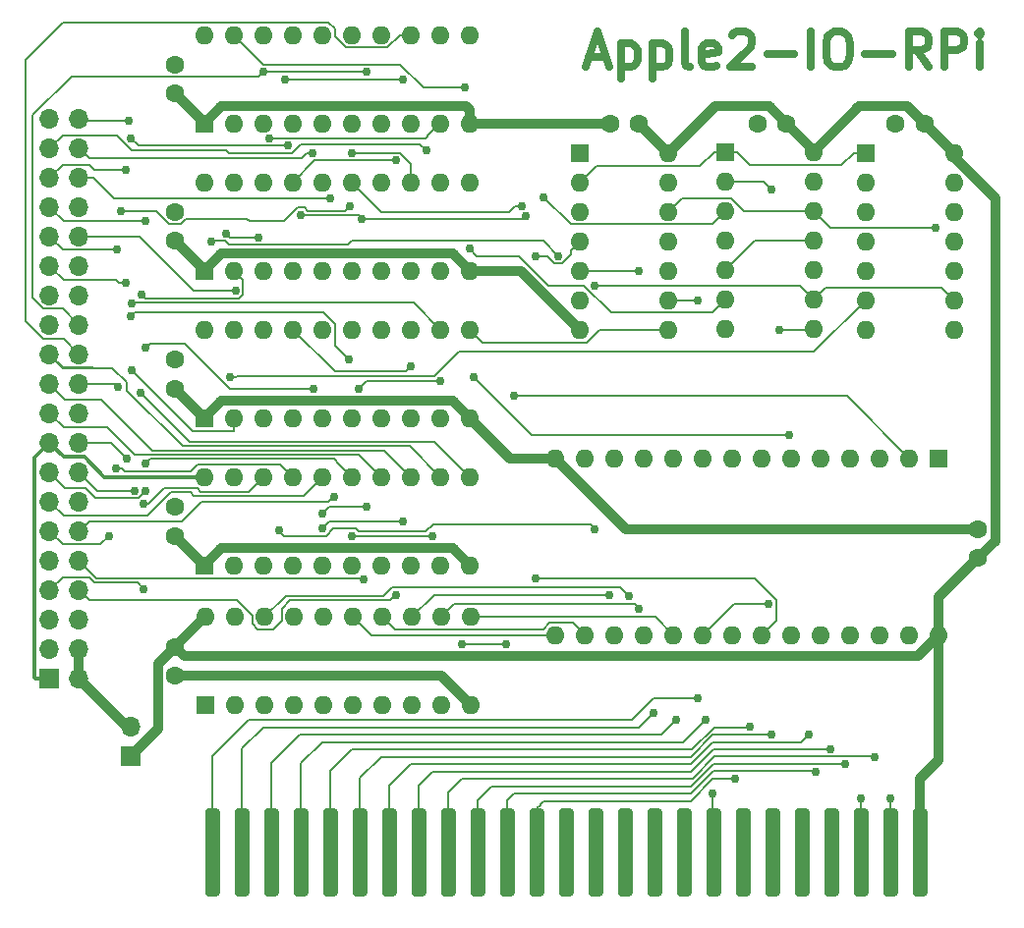
<source format=gbr>
G04 #@! TF.GenerationSoftware,KiCad,Pcbnew,(5.1.12-1-10_14)*
G04 #@! TF.CreationDate,2022-02-16T21:29:44-05:00*
G04 #@! TF.ProjectId,Apple2IORPi,4170706c-6532-4494-9f52-50692e6b6963,0.5*
G04 #@! TF.SameCoordinates,Original*
G04 #@! TF.FileFunction,Copper,L1,Top*
G04 #@! TF.FilePolarity,Positive*
%FSLAX46Y46*%
G04 Gerber Fmt 4.6, Leading zero omitted, Abs format (unit mm)*
G04 Created by KiCad (PCBNEW (5.1.12-1-10_14)) date 2022-02-16 21:29:44*
%MOMM*%
%LPD*%
G01*
G04 APERTURE LIST*
G04 #@! TA.AperFunction,NonConductor*
%ADD10C,0.635000*%
G04 #@! TD*
G04 #@! TA.AperFunction,ComponentPad*
%ADD11C,1.600000*%
G04 #@! TD*
G04 #@! TA.AperFunction,ComponentPad*
%ADD12O,1.600000X1.600000*%
G04 #@! TD*
G04 #@! TA.AperFunction,ComponentPad*
%ADD13R,1.600000X1.600000*%
G04 #@! TD*
G04 #@! TA.AperFunction,ComponentPad*
%ADD14R,1.700000X1.700000*%
G04 #@! TD*
G04 #@! TA.AperFunction,ComponentPad*
%ADD15O,1.700000X1.700000*%
G04 #@! TD*
G04 #@! TA.AperFunction,ViaPad*
%ADD16C,0.762000*%
G04 #@! TD*
G04 #@! TA.AperFunction,Conductor*
%ADD17C,0.177800*%
G04 #@! TD*
G04 #@! TA.AperFunction,Conductor*
%ADD18C,0.812800*%
G04 #@! TD*
G04 #@! TA.AperFunction,Conductor*
%ADD19C,0.355600*%
G04 #@! TD*
G04 APERTURE END LIST*
D10*
X156928457Y-46990000D02*
X158379885Y-46990000D01*
X156638171Y-47860857D02*
X157654171Y-44812857D01*
X158670171Y-47860857D01*
X159686171Y-45828857D02*
X159686171Y-48876857D01*
X159686171Y-45974000D02*
X159976457Y-45828857D01*
X160557028Y-45828857D01*
X160847314Y-45974000D01*
X160992457Y-46119142D01*
X161137600Y-46409428D01*
X161137600Y-47280285D01*
X160992457Y-47570571D01*
X160847314Y-47715714D01*
X160557028Y-47860857D01*
X159976457Y-47860857D01*
X159686171Y-47715714D01*
X162443885Y-45828857D02*
X162443885Y-48876857D01*
X162443885Y-45974000D02*
X162734171Y-45828857D01*
X163314742Y-45828857D01*
X163605028Y-45974000D01*
X163750171Y-46119142D01*
X163895314Y-46409428D01*
X163895314Y-47280285D01*
X163750171Y-47570571D01*
X163605028Y-47715714D01*
X163314742Y-47860857D01*
X162734171Y-47860857D01*
X162443885Y-47715714D01*
X165637028Y-47860857D02*
X165346742Y-47715714D01*
X165201600Y-47425428D01*
X165201600Y-44812857D01*
X167959314Y-47715714D02*
X167669028Y-47860857D01*
X167088457Y-47860857D01*
X166798171Y-47715714D01*
X166653028Y-47425428D01*
X166653028Y-46264285D01*
X166798171Y-45974000D01*
X167088457Y-45828857D01*
X167669028Y-45828857D01*
X167959314Y-45974000D01*
X168104457Y-46264285D01*
X168104457Y-46554571D01*
X166653028Y-46844857D01*
X169265600Y-45103142D02*
X169410742Y-44958000D01*
X169701028Y-44812857D01*
X170426742Y-44812857D01*
X170717028Y-44958000D01*
X170862171Y-45103142D01*
X171007314Y-45393428D01*
X171007314Y-45683714D01*
X170862171Y-46119142D01*
X169120457Y-47860857D01*
X171007314Y-47860857D01*
X172313600Y-46699714D02*
X174635885Y-46699714D01*
X176087314Y-47860857D02*
X176087314Y-44812857D01*
X178119314Y-44812857D02*
X178699885Y-44812857D01*
X178990171Y-44958000D01*
X179280457Y-45248285D01*
X179425600Y-45828857D01*
X179425600Y-46844857D01*
X179280457Y-47425428D01*
X178990171Y-47715714D01*
X178699885Y-47860857D01*
X178119314Y-47860857D01*
X177829028Y-47715714D01*
X177538742Y-47425428D01*
X177393600Y-46844857D01*
X177393600Y-45828857D01*
X177538742Y-45248285D01*
X177829028Y-44958000D01*
X178119314Y-44812857D01*
X180731885Y-46699714D02*
X183054171Y-46699714D01*
X186247314Y-47860857D02*
X185231314Y-46409428D01*
X184505600Y-47860857D02*
X184505600Y-44812857D01*
X185666742Y-44812857D01*
X185957028Y-44958000D01*
X186102171Y-45103142D01*
X186247314Y-45393428D01*
X186247314Y-45828857D01*
X186102171Y-46119142D01*
X185957028Y-46264285D01*
X185666742Y-46409428D01*
X184505600Y-46409428D01*
X187553600Y-47860857D02*
X187553600Y-44812857D01*
X188714742Y-44812857D01*
X189005028Y-44958000D01*
X189150171Y-45103142D01*
X189295314Y-45393428D01*
X189295314Y-45828857D01*
X189150171Y-46119142D01*
X189005028Y-46264285D01*
X188714742Y-46409428D01*
X187553600Y-46409428D01*
X190601600Y-47860857D02*
X190601600Y-45828857D01*
X190601600Y-44812857D02*
X190456457Y-44958000D01*
X190601600Y-45103142D01*
X190746742Y-44958000D01*
X190601600Y-44812857D01*
X190601600Y-45103142D01*
D11*
X190500000Y-90170000D03*
X190500000Y-87670000D03*
D12*
X176326800Y-55168800D03*
X168706800Y-70408800D03*
X176326800Y-57708800D03*
X168706800Y-67868800D03*
X176326800Y-60248800D03*
X168706800Y-65328800D03*
X176326800Y-62788800D03*
X168706800Y-62788800D03*
X176326800Y-65328800D03*
X168706800Y-60248800D03*
X176326800Y-67868800D03*
X168706800Y-57708800D03*
X176326800Y-70408800D03*
D13*
X168706800Y-55168800D03*
X180771800Y-55245000D03*
D12*
X188391800Y-70485000D03*
X180771800Y-57785000D03*
X188391800Y-67945000D03*
X180771800Y-60325000D03*
X188391800Y-65405000D03*
X180771800Y-62865000D03*
X188391800Y-62865000D03*
X180771800Y-65405000D03*
X188391800Y-60325000D03*
X180771800Y-67945000D03*
X188391800Y-57785000D03*
X180771800Y-70485000D03*
X188391800Y-55245000D03*
X163830000Y-55245000D03*
X156210000Y-70485000D03*
X163830000Y-57785000D03*
X156210000Y-67945000D03*
X163830000Y-60325000D03*
X156210000Y-65405000D03*
X163830000Y-62865000D03*
X156210000Y-62865000D03*
X163830000Y-65405000D03*
X156210000Y-60325000D03*
X163830000Y-67945000D03*
X156210000Y-57785000D03*
X163830000Y-70485000D03*
D13*
X156210000Y-55245000D03*
D11*
X121285000Y-85765000D03*
X121285000Y-88265000D03*
X121285000Y-100330000D03*
X121285000Y-97830000D03*
X121285000Y-75565000D03*
X121285000Y-73065000D03*
X158790000Y-52705000D03*
X161290000Y-52705000D03*
X173990000Y-52705000D03*
X171490000Y-52705000D03*
X185851800Y-52705000D03*
X183351800Y-52705000D03*
D13*
X123825000Y-65405000D03*
D12*
X146685000Y-57785000D03*
X126365000Y-65405000D03*
X144145000Y-57785000D03*
X128905000Y-65405000D03*
X141605000Y-57785000D03*
X131445000Y-65405000D03*
X139065000Y-57785000D03*
X133985000Y-65405000D03*
X136525000Y-57785000D03*
X136525000Y-65405000D03*
X133985000Y-57785000D03*
X139065000Y-65405000D03*
X131445000Y-57785000D03*
X141605000Y-65405000D03*
X128905000Y-57785000D03*
X144145000Y-65405000D03*
X126365000Y-57785000D03*
X146685000Y-65405000D03*
X123825000Y-57785000D03*
D11*
X121285000Y-60325000D03*
X121285000Y-62825000D03*
D13*
X123825000Y-78105000D03*
D12*
X146685000Y-70485000D03*
X126365000Y-78105000D03*
X144145000Y-70485000D03*
X128905000Y-78105000D03*
X141605000Y-70485000D03*
X131445000Y-78105000D03*
X139065000Y-70485000D03*
X133985000Y-78105000D03*
X136525000Y-70485000D03*
X136525000Y-78105000D03*
X133985000Y-70485000D03*
X139065000Y-78105000D03*
X131445000Y-70485000D03*
X141605000Y-78105000D03*
X128905000Y-70485000D03*
X144145000Y-78105000D03*
X126365000Y-70485000D03*
X146685000Y-78105000D03*
X123825000Y-70485000D03*
D14*
X110490000Y-100584000D03*
D15*
X113030000Y-100584000D03*
X110490000Y-98044000D03*
X113030000Y-98044000D03*
X110490000Y-95504000D03*
X113030000Y-95504000D03*
X110490000Y-92964000D03*
X113030000Y-92964000D03*
X110490000Y-90424000D03*
X113030000Y-90424000D03*
X110490000Y-87884000D03*
X113030000Y-87884000D03*
X110490000Y-85344000D03*
X113030000Y-85344000D03*
X110490000Y-82804000D03*
X113030000Y-82804000D03*
X110490000Y-80264000D03*
X113030000Y-80264000D03*
X110490000Y-77724000D03*
X113030000Y-77724000D03*
X110490000Y-75184000D03*
X113030000Y-75184000D03*
X110490000Y-72644000D03*
X113030000Y-72644000D03*
X110490000Y-70104000D03*
X113030000Y-70104000D03*
X110490000Y-67564000D03*
X113030000Y-67564000D03*
X110490000Y-65024000D03*
X113030000Y-65024000D03*
X110490000Y-62484000D03*
X113030000Y-62484000D03*
X110490000Y-59944000D03*
X113030000Y-59944000D03*
X110490000Y-57404000D03*
X113030000Y-57404000D03*
X110490000Y-54864000D03*
X113030000Y-54864000D03*
X110490000Y-52324000D03*
X113030000Y-52324000D03*
D12*
X123825000Y-45085000D03*
X146685000Y-52705000D03*
X126365000Y-45085000D03*
X144145000Y-52705000D03*
X128905000Y-45085000D03*
X141605000Y-52705000D03*
X131445000Y-45085000D03*
X139065000Y-52705000D03*
X133985000Y-45085000D03*
X136525000Y-52705000D03*
X136525000Y-45085000D03*
X133985000Y-52705000D03*
X139065000Y-45085000D03*
X131445000Y-52705000D03*
X141605000Y-45085000D03*
X128905000Y-52705000D03*
X144145000Y-45085000D03*
X126365000Y-52705000D03*
X146685000Y-45085000D03*
D13*
X123825000Y-52705000D03*
X187101925Y-81586962D03*
D12*
X154081925Y-96826962D03*
X184561925Y-81586962D03*
X156621925Y-96826962D03*
X182021925Y-81586962D03*
X159161925Y-96826962D03*
X179481925Y-81586962D03*
X161701925Y-96826962D03*
X176941925Y-81586962D03*
X164241925Y-96826962D03*
X174401925Y-81586962D03*
X166781925Y-96826962D03*
X171861925Y-81586962D03*
X169321925Y-96826962D03*
X169321925Y-81586962D03*
X171861925Y-96826962D03*
X166781925Y-81586962D03*
X174401925Y-96826962D03*
X164241925Y-81586962D03*
X176941925Y-96826962D03*
X161701925Y-81586962D03*
X179481925Y-96826962D03*
X159161925Y-81586962D03*
X182021925Y-96826962D03*
X156621925Y-81586962D03*
X184561925Y-96826962D03*
X154081925Y-81586962D03*
X187101925Y-96826962D03*
G04 #@! TA.AperFunction,ConnectorPad*
G36*
G01*
X184860001Y-119062500D02*
X184860001Y-112077500D01*
G75*
G02*
X185177501Y-111760000I317500J0D01*
G01*
X185812501Y-111760000D01*
G75*
G02*
X186130001Y-112077500I0J-317500D01*
G01*
X186130001Y-119062500D01*
G75*
G02*
X185812501Y-119380000I-317500J0D01*
G01*
X185177501Y-119380000D01*
G75*
G02*
X184860001Y-119062500I0J317500D01*
G01*
G37*
G04 #@! TD.AperFunction*
G04 #@! TA.AperFunction,ConnectorPad*
G36*
G01*
X182320001Y-119062500D02*
X182320001Y-112077500D01*
G75*
G02*
X182637501Y-111760000I317500J0D01*
G01*
X183272501Y-111760000D01*
G75*
G02*
X183590001Y-112077500I0J-317500D01*
G01*
X183590001Y-119062500D01*
G75*
G02*
X183272501Y-119380000I-317500J0D01*
G01*
X182637501Y-119380000D01*
G75*
G02*
X182320001Y-119062500I0J317500D01*
G01*
G37*
G04 #@! TD.AperFunction*
G04 #@! TA.AperFunction,ConnectorPad*
G36*
G01*
X179780001Y-119062500D02*
X179780001Y-112077500D01*
G75*
G02*
X180097501Y-111760000I317500J0D01*
G01*
X180732501Y-111760000D01*
G75*
G02*
X181050001Y-112077500I0J-317500D01*
G01*
X181050001Y-119062500D01*
G75*
G02*
X180732501Y-119380000I-317500J0D01*
G01*
X180097501Y-119380000D01*
G75*
G02*
X179780001Y-119062500I0J317500D01*
G01*
G37*
G04 #@! TD.AperFunction*
G04 #@! TA.AperFunction,ConnectorPad*
G36*
G01*
X177240001Y-119062500D02*
X177240001Y-112077500D01*
G75*
G02*
X177557501Y-111760000I317500J0D01*
G01*
X178192501Y-111760000D01*
G75*
G02*
X178510001Y-112077500I0J-317500D01*
G01*
X178510001Y-119062500D01*
G75*
G02*
X178192501Y-119380000I-317500J0D01*
G01*
X177557501Y-119380000D01*
G75*
G02*
X177240001Y-119062500I0J317500D01*
G01*
G37*
G04 #@! TD.AperFunction*
G04 #@! TA.AperFunction,ConnectorPad*
G36*
G01*
X174700001Y-119062500D02*
X174700001Y-112077500D01*
G75*
G02*
X175017501Y-111760000I317500J0D01*
G01*
X175652501Y-111760000D01*
G75*
G02*
X175970001Y-112077500I0J-317500D01*
G01*
X175970001Y-119062500D01*
G75*
G02*
X175652501Y-119380000I-317500J0D01*
G01*
X175017501Y-119380000D01*
G75*
G02*
X174700001Y-119062500I0J317500D01*
G01*
G37*
G04 #@! TD.AperFunction*
G04 #@! TA.AperFunction,ConnectorPad*
G36*
G01*
X172160001Y-119062500D02*
X172160001Y-112077500D01*
G75*
G02*
X172477501Y-111760000I317500J0D01*
G01*
X173112501Y-111760000D01*
G75*
G02*
X173430001Y-112077500I0J-317500D01*
G01*
X173430001Y-119062500D01*
G75*
G02*
X173112501Y-119380000I-317500J0D01*
G01*
X172477501Y-119380000D01*
G75*
G02*
X172160001Y-119062500I0J317500D01*
G01*
G37*
G04 #@! TD.AperFunction*
G04 #@! TA.AperFunction,ConnectorPad*
G36*
G01*
X169620001Y-119062500D02*
X169620001Y-112077500D01*
G75*
G02*
X169937501Y-111760000I317500J0D01*
G01*
X170572501Y-111760000D01*
G75*
G02*
X170890001Y-112077500I0J-317500D01*
G01*
X170890001Y-119062500D01*
G75*
G02*
X170572501Y-119380000I-317500J0D01*
G01*
X169937501Y-119380000D01*
G75*
G02*
X169620001Y-119062500I0J317500D01*
G01*
G37*
G04 #@! TD.AperFunction*
G04 #@! TA.AperFunction,ConnectorPad*
G36*
G01*
X167080001Y-119062500D02*
X167080001Y-112077500D01*
G75*
G02*
X167397501Y-111760000I317500J0D01*
G01*
X168032501Y-111760000D01*
G75*
G02*
X168350001Y-112077500I0J-317500D01*
G01*
X168350001Y-119062500D01*
G75*
G02*
X168032501Y-119380000I-317500J0D01*
G01*
X167397501Y-119380000D01*
G75*
G02*
X167080001Y-119062500I0J317500D01*
G01*
G37*
G04 #@! TD.AperFunction*
G04 #@! TA.AperFunction,ConnectorPad*
G36*
G01*
X164540001Y-119062500D02*
X164540001Y-112077500D01*
G75*
G02*
X164857501Y-111760000I317500J0D01*
G01*
X165492501Y-111760000D01*
G75*
G02*
X165810001Y-112077500I0J-317500D01*
G01*
X165810001Y-119062500D01*
G75*
G02*
X165492501Y-119380000I-317500J0D01*
G01*
X164857501Y-119380000D01*
G75*
G02*
X164540001Y-119062500I0J317500D01*
G01*
G37*
G04 #@! TD.AperFunction*
G04 #@! TA.AperFunction,ConnectorPad*
G36*
G01*
X162000001Y-119062500D02*
X162000001Y-112077500D01*
G75*
G02*
X162317501Y-111760000I317500J0D01*
G01*
X162952501Y-111760000D01*
G75*
G02*
X163270001Y-112077500I0J-317500D01*
G01*
X163270001Y-119062500D01*
G75*
G02*
X162952501Y-119380000I-317500J0D01*
G01*
X162317501Y-119380000D01*
G75*
G02*
X162000001Y-119062500I0J317500D01*
G01*
G37*
G04 #@! TD.AperFunction*
G04 #@! TA.AperFunction,ConnectorPad*
G36*
G01*
X159460001Y-119062500D02*
X159460001Y-112077500D01*
G75*
G02*
X159777501Y-111760000I317500J0D01*
G01*
X160412501Y-111760000D01*
G75*
G02*
X160730001Y-112077500I0J-317500D01*
G01*
X160730001Y-119062500D01*
G75*
G02*
X160412501Y-119380000I-317500J0D01*
G01*
X159777501Y-119380000D01*
G75*
G02*
X159460001Y-119062500I0J317500D01*
G01*
G37*
G04 #@! TD.AperFunction*
G04 #@! TA.AperFunction,ConnectorPad*
G36*
G01*
X156920001Y-119062500D02*
X156920001Y-112077500D01*
G75*
G02*
X157237501Y-111760000I317500J0D01*
G01*
X157872501Y-111760000D01*
G75*
G02*
X158190001Y-112077500I0J-317500D01*
G01*
X158190001Y-119062500D01*
G75*
G02*
X157872501Y-119380000I-317500J0D01*
G01*
X157237501Y-119380000D01*
G75*
G02*
X156920001Y-119062500I0J317500D01*
G01*
G37*
G04 #@! TD.AperFunction*
G04 #@! TA.AperFunction,ConnectorPad*
G36*
G01*
X154380001Y-119062500D02*
X154380001Y-112077500D01*
G75*
G02*
X154697501Y-111760000I317500J0D01*
G01*
X155332501Y-111760000D01*
G75*
G02*
X155650001Y-112077500I0J-317500D01*
G01*
X155650001Y-119062500D01*
G75*
G02*
X155332501Y-119380000I-317500J0D01*
G01*
X154697501Y-119380000D01*
G75*
G02*
X154380001Y-119062500I0J317500D01*
G01*
G37*
G04 #@! TD.AperFunction*
G04 #@! TA.AperFunction,ConnectorPad*
G36*
G01*
X151840001Y-119062500D02*
X151840001Y-112077500D01*
G75*
G02*
X152157501Y-111760000I317500J0D01*
G01*
X152792501Y-111760000D01*
G75*
G02*
X153110001Y-112077500I0J-317500D01*
G01*
X153110001Y-119062500D01*
G75*
G02*
X152792501Y-119380000I-317500J0D01*
G01*
X152157501Y-119380000D01*
G75*
G02*
X151840001Y-119062500I0J317500D01*
G01*
G37*
G04 #@! TD.AperFunction*
G04 #@! TA.AperFunction,ConnectorPad*
G36*
G01*
X149300001Y-119062500D02*
X149300001Y-112077500D01*
G75*
G02*
X149617501Y-111760000I317500J0D01*
G01*
X150252501Y-111760000D01*
G75*
G02*
X150570001Y-112077500I0J-317500D01*
G01*
X150570001Y-119062500D01*
G75*
G02*
X150252501Y-119380000I-317500J0D01*
G01*
X149617501Y-119380000D01*
G75*
G02*
X149300001Y-119062500I0J317500D01*
G01*
G37*
G04 #@! TD.AperFunction*
G04 #@! TA.AperFunction,ConnectorPad*
G36*
G01*
X146760001Y-119062500D02*
X146760001Y-112077500D01*
G75*
G02*
X147077501Y-111760000I317500J0D01*
G01*
X147712501Y-111760000D01*
G75*
G02*
X148030001Y-112077500I0J-317500D01*
G01*
X148030001Y-119062500D01*
G75*
G02*
X147712501Y-119380000I-317500J0D01*
G01*
X147077501Y-119380000D01*
G75*
G02*
X146760001Y-119062500I0J317500D01*
G01*
G37*
G04 #@! TD.AperFunction*
G04 #@! TA.AperFunction,ConnectorPad*
G36*
G01*
X144220001Y-119062500D02*
X144220001Y-112077500D01*
G75*
G02*
X144537501Y-111760000I317500J0D01*
G01*
X145172501Y-111760000D01*
G75*
G02*
X145490001Y-112077500I0J-317500D01*
G01*
X145490001Y-119062500D01*
G75*
G02*
X145172501Y-119380000I-317500J0D01*
G01*
X144537501Y-119380000D01*
G75*
G02*
X144220001Y-119062500I0J317500D01*
G01*
G37*
G04 #@! TD.AperFunction*
G04 #@! TA.AperFunction,ConnectorPad*
G36*
G01*
X141680001Y-119062500D02*
X141680001Y-112077500D01*
G75*
G02*
X141997501Y-111760000I317500J0D01*
G01*
X142632501Y-111760000D01*
G75*
G02*
X142950001Y-112077500I0J-317500D01*
G01*
X142950001Y-119062500D01*
G75*
G02*
X142632501Y-119380000I-317500J0D01*
G01*
X141997501Y-119380000D01*
G75*
G02*
X141680001Y-119062500I0J317500D01*
G01*
G37*
G04 #@! TD.AperFunction*
G04 #@! TA.AperFunction,ConnectorPad*
G36*
G01*
X139140001Y-119062500D02*
X139140001Y-112077500D01*
G75*
G02*
X139457501Y-111760000I317500J0D01*
G01*
X140092501Y-111760000D01*
G75*
G02*
X140410001Y-112077500I0J-317500D01*
G01*
X140410001Y-119062500D01*
G75*
G02*
X140092501Y-119380000I-317500J0D01*
G01*
X139457501Y-119380000D01*
G75*
G02*
X139140001Y-119062500I0J317500D01*
G01*
G37*
G04 #@! TD.AperFunction*
G04 #@! TA.AperFunction,ConnectorPad*
G36*
G01*
X136600001Y-119062500D02*
X136600001Y-112077500D01*
G75*
G02*
X136917501Y-111760000I317500J0D01*
G01*
X137552501Y-111760000D01*
G75*
G02*
X137870001Y-112077500I0J-317500D01*
G01*
X137870001Y-119062500D01*
G75*
G02*
X137552501Y-119380000I-317500J0D01*
G01*
X136917501Y-119380000D01*
G75*
G02*
X136600001Y-119062500I0J317500D01*
G01*
G37*
G04 #@! TD.AperFunction*
G04 #@! TA.AperFunction,ConnectorPad*
G36*
G01*
X134060001Y-119062500D02*
X134060001Y-112077500D01*
G75*
G02*
X134377501Y-111760000I317500J0D01*
G01*
X135012501Y-111760000D01*
G75*
G02*
X135330001Y-112077500I0J-317500D01*
G01*
X135330001Y-119062500D01*
G75*
G02*
X135012501Y-119380000I-317500J0D01*
G01*
X134377501Y-119380000D01*
G75*
G02*
X134060001Y-119062500I0J317500D01*
G01*
G37*
G04 #@! TD.AperFunction*
G04 #@! TA.AperFunction,ConnectorPad*
G36*
G01*
X131520001Y-119062500D02*
X131520001Y-112077500D01*
G75*
G02*
X131837501Y-111760000I317500J0D01*
G01*
X132472501Y-111760000D01*
G75*
G02*
X132790001Y-112077500I0J-317500D01*
G01*
X132790001Y-119062500D01*
G75*
G02*
X132472501Y-119380000I-317500J0D01*
G01*
X131837501Y-119380000D01*
G75*
G02*
X131520001Y-119062500I0J317500D01*
G01*
G37*
G04 #@! TD.AperFunction*
G04 #@! TA.AperFunction,ConnectorPad*
G36*
G01*
X128980001Y-119062500D02*
X128980001Y-112077500D01*
G75*
G02*
X129297501Y-111760000I317500J0D01*
G01*
X129932501Y-111760000D01*
G75*
G02*
X130250001Y-112077500I0J-317500D01*
G01*
X130250001Y-119062500D01*
G75*
G02*
X129932501Y-119380000I-317500J0D01*
G01*
X129297501Y-119380000D01*
G75*
G02*
X128980001Y-119062500I0J317500D01*
G01*
G37*
G04 #@! TD.AperFunction*
G04 #@! TA.AperFunction,ConnectorPad*
G36*
G01*
X126440001Y-119062500D02*
X126440001Y-112077500D01*
G75*
G02*
X126757501Y-111760000I317500J0D01*
G01*
X127392501Y-111760000D01*
G75*
G02*
X127710001Y-112077500I0J-317500D01*
G01*
X127710001Y-119062500D01*
G75*
G02*
X127392501Y-119380000I-317500J0D01*
G01*
X126757501Y-119380000D01*
G75*
G02*
X126440001Y-119062500I0J317500D01*
G01*
G37*
G04 #@! TD.AperFunction*
G04 #@! TA.AperFunction,ConnectorPad*
G36*
G01*
X123900001Y-119062500D02*
X123900001Y-112077500D01*
G75*
G02*
X124217501Y-111760000I317500J0D01*
G01*
X124852501Y-111760000D01*
G75*
G02*
X125170001Y-112077500I0J-317500D01*
G01*
X125170001Y-119062500D01*
G75*
G02*
X124852501Y-119380000I-317500J0D01*
G01*
X124217501Y-119380000D01*
G75*
G02*
X123900001Y-119062500I0J317500D01*
G01*
G37*
G04 #@! TD.AperFunction*
D13*
X123952000Y-102870000D03*
D12*
X146812000Y-95250000D03*
X126492000Y-102870000D03*
X144272000Y-95250000D03*
X129032000Y-102870000D03*
X141732000Y-95250000D03*
X131572000Y-102870000D03*
X139192000Y-95250000D03*
X134112000Y-102870000D03*
X136652000Y-95250000D03*
X136652000Y-102870000D03*
X134112000Y-95250000D03*
X139192000Y-102870000D03*
X131572000Y-95250000D03*
X141732000Y-102870000D03*
X129032000Y-95250000D03*
X144272000Y-102870000D03*
X126492000Y-95250000D03*
X146812000Y-102870000D03*
X123952000Y-95250000D03*
X123825000Y-83185000D03*
X146685000Y-90805000D03*
X126365000Y-83185000D03*
X144145000Y-90805000D03*
X128905000Y-83185000D03*
X141605000Y-90805000D03*
X131445000Y-83185000D03*
X139065000Y-90805000D03*
X133985000Y-83185000D03*
X136525000Y-90805000D03*
X136525000Y-83185000D03*
X133985000Y-90805000D03*
X139065000Y-83185000D03*
X131445000Y-90805000D03*
X141605000Y-83185000D03*
X128905000Y-90805000D03*
X144145000Y-83185000D03*
X126365000Y-90805000D03*
X146685000Y-83185000D03*
D13*
X123825000Y-90805000D03*
D11*
X121285000Y-50125000D03*
X121285000Y-47625000D03*
D14*
X117500400Y-107238800D03*
D15*
X117500400Y-104698800D03*
D16*
X140970000Y-86995000D03*
X133985000Y-87630000D03*
X136525000Y-55245000D03*
X143510000Y-88265000D03*
X136525000Y-88265000D03*
X181610000Y-107315000D03*
X158750000Y-93345000D03*
X177800000Y-106654599D03*
X161290000Y-94602300D03*
X141605000Y-73660000D03*
X140335000Y-55892700D03*
X175895000Y-105410000D03*
X129438400Y-53988593D03*
X172720000Y-105397300D03*
X166370000Y-102235000D03*
X172466000Y-94107000D03*
X170815000Y-104749600D03*
X169557700Y-109220000D03*
X167005000Y-104140000D03*
X164465000Y-104140000D03*
X162560000Y-103505000D03*
X161290000Y-65405000D03*
X176530000Y-108585000D03*
X160401000Y-93497400D03*
X125649727Y-62204599D03*
X128524000Y-62547500D03*
X179070000Y-107950000D03*
X157454600Y-87680800D03*
X130276600Y-87833200D03*
X137795000Y-85725000D03*
X133985000Y-86360000D03*
X132156200Y-60629800D03*
X151485600Y-60706000D03*
X137414000Y-60947300D03*
X167640000Y-110490000D03*
X180415001Y-110871000D03*
X182955001Y-110871000D03*
X118592600Y-85547200D03*
X118618000Y-92837000D03*
X140335000Y-93345000D03*
X144145000Y-74930000D03*
X137160000Y-75565000D03*
X137509508Y-92004891D03*
X116205000Y-82448400D03*
X115581801Y-88265000D03*
X134975600Y-84886800D03*
X118719600Y-84429600D03*
X118783199Y-82016600D03*
X117779800Y-84378800D03*
X118427500Y-67487800D03*
X117132100Y-81584800D03*
X136372600Y-59867800D03*
X116611400Y-60299600D03*
X131025999Y-54636293D03*
X117475000Y-53975000D03*
X116408200Y-75412600D03*
X130810000Y-48920400D03*
X140970000Y-48895000D03*
X137795000Y-48272700D03*
X128905000Y-48272700D03*
X118351300Y-75980431D03*
X117017800Y-66497200D03*
X117602000Y-74015600D03*
X116281200Y-63600701D03*
X126517400Y-67157600D03*
X133248400Y-75603199D03*
X118783199Y-72059800D03*
X118783199Y-61163200D03*
X117500400Y-69316600D03*
X117043200Y-56718200D03*
X136271000Y-73088500D03*
X134645400Y-59207400D03*
X142925800Y-55067200D03*
X133159401Y-55269910D03*
X117602000Y-68224400D03*
X117271800Y-52451000D03*
X157480000Y-66675000D03*
X146050000Y-97601573D03*
X149860000Y-97601573D03*
X152400000Y-64135000D03*
X152400000Y-91948000D03*
X126034006Y-74625994D03*
X166370000Y-67945000D03*
X154330401Y-64135000D03*
X124460000Y-62865000D03*
X150495000Y-76200000D03*
X151136567Y-59833416D03*
X174218600Y-79552800D03*
X147015200Y-74549000D03*
X146685000Y-63500000D03*
X153035000Y-59055000D03*
X146227800Y-49631600D03*
X172720000Y-58420000D03*
X173355000Y-70485000D03*
X186798209Y-61703209D03*
D17*
X138228962Y-96826962D02*
X136652000Y-95250000D01*
X154081925Y-96826962D02*
X138228962Y-96826962D01*
X134620000Y-86995000D02*
X133985000Y-87630000D01*
X140970000Y-86995000D02*
X134620000Y-86995000D01*
X155555224Y-95760261D02*
X156621925Y-96826962D01*
X153569908Y-95760261D02*
X155555224Y-95760261D01*
X153013468Y-96316701D02*
X153569908Y-95760261D01*
X140258701Y-96316701D02*
X153013468Y-96316701D01*
X139192000Y-95250000D02*
X140258701Y-96316701D01*
X143510000Y-88265000D02*
X136525000Y-88265000D01*
X140645898Y-55245000D02*
X136525000Y-55245000D01*
X141605000Y-56204102D02*
X140645898Y-55245000D01*
X141605000Y-57785000D02*
X141605000Y-56204102D01*
X167784793Y-107302299D02*
X181597299Y-107302299D01*
X181597299Y-107302299D02*
X181610000Y-107315000D01*
X165867092Y-109220000D02*
X167784793Y-107302299D01*
X146050000Y-109220000D02*
X165867092Y-109220000D01*
X144855001Y-110414999D02*
X146050000Y-109220000D01*
X144855001Y-115570000D02*
X144855001Y-110414999D01*
X141732000Y-95250000D02*
X143637000Y-93345000D01*
X143637000Y-93345000D02*
X158750000Y-93345000D01*
X142315001Y-115570000D02*
X142315001Y-109779999D01*
X142315001Y-109779999D02*
X143510000Y-108585000D01*
X143510000Y-108585000D02*
X153035000Y-108585000D01*
X177800000Y-106654599D02*
X167665401Y-106654599D01*
X167665401Y-106654599D02*
X165735000Y-108585000D01*
X165735000Y-108585000D02*
X152400000Y-108585000D01*
X160870999Y-94183299D02*
X161290000Y-94602300D01*
X144272000Y-95250000D02*
X145338701Y-94183299D01*
X145338701Y-94183299D02*
X160870999Y-94183299D01*
X133337300Y-55892700D02*
X131445000Y-57785000D01*
X140335000Y-55892700D02*
X133337300Y-55892700D01*
X141147800Y-74117200D02*
X141605000Y-73660000D01*
X135077200Y-74117200D02*
X141147800Y-74117200D01*
X131445000Y-70485000D02*
X135077200Y-74117200D01*
X139775001Y-115570000D02*
X139775001Y-109779999D01*
X139775001Y-109779999D02*
X141605000Y-107950000D01*
X141605000Y-107950000D02*
X165735000Y-107950000D01*
X165735000Y-107950000D02*
X167640000Y-106045000D01*
X167640000Y-106045000D02*
X175260000Y-106045000D01*
X175260000Y-106045000D02*
X175895000Y-105410000D01*
X162664963Y-95250000D02*
X164241925Y-96826962D01*
X146812000Y-95250000D02*
X162664963Y-95250000D01*
X142861407Y-53988593D02*
X143306800Y-53543200D01*
X129438400Y-53988593D02*
X142861407Y-53988593D01*
X144145000Y-52705000D02*
X143306800Y-53543200D01*
X143306800Y-53543200D02*
X143078299Y-53771701D01*
X167640000Y-105397300D02*
X172720000Y-105397300D01*
X167640000Y-105410000D02*
X167640000Y-105397300D01*
X165735000Y-107315000D02*
X167640000Y-105410000D01*
X139065000Y-107315000D02*
X165735000Y-107315000D01*
X137235001Y-109144999D02*
X139065000Y-107315000D01*
X137235001Y-115570000D02*
X137235001Y-109144999D01*
X124535001Y-115570000D02*
X124535001Y-107239999D01*
X124535001Y-107239999D02*
X127635000Y-104140000D01*
X160655000Y-104140000D02*
X162560000Y-102235000D01*
X127635000Y-104140000D02*
X160655000Y-104140000D01*
X162560000Y-102235000D02*
X166370000Y-102235000D01*
X169501887Y-94107000D02*
X172466000Y-94107000D01*
X166781925Y-96826962D02*
X169501887Y-94107000D01*
X134695001Y-115570000D02*
X134695001Y-108509999D01*
X134695001Y-108509999D02*
X136525000Y-106680000D01*
X136525000Y-106680000D02*
X165854392Y-106680000D01*
X165854392Y-106680000D02*
X167759392Y-104775000D01*
X167759392Y-104775000D02*
X170789600Y-104775000D01*
X170789600Y-104775000D02*
X170815000Y-104749600D01*
X152475001Y-115570000D02*
X152475001Y-111760000D01*
X152475001Y-111760000D02*
X152754391Y-111480610D01*
X152754391Y-111480610D02*
X152754391Y-111405609D01*
X152754391Y-111405609D02*
X153035000Y-111125000D01*
X153035000Y-111125000D02*
X165735000Y-111125000D01*
X165735000Y-111125000D02*
X167640000Y-109220000D01*
X167640000Y-109220000D02*
X169557700Y-109220000D01*
X133985000Y-106045000D02*
X165100000Y-106045000D01*
X132155001Y-115570000D02*
X132155001Y-107874999D01*
X132155001Y-107874999D02*
X133985000Y-106045000D01*
X165100000Y-106045000D02*
X167005000Y-104140000D01*
X129615001Y-115570000D02*
X129615001Y-107874999D01*
X129615001Y-107874999D02*
X132080000Y-105410000D01*
X132080000Y-105410000D02*
X163195000Y-105410000D01*
X163195000Y-105410000D02*
X164465000Y-104140000D01*
X127075001Y-115570000D02*
X127075001Y-106604999D01*
X127075001Y-106604999D02*
X128905000Y-104775000D01*
X161290000Y-104775000D02*
X128905000Y-104775000D01*
X162560000Y-103505000D02*
X161290000Y-104775000D01*
X161290000Y-65405000D02*
X156210000Y-65405000D01*
X149935001Y-115570000D02*
X149935001Y-111049999D01*
X149935001Y-111049999D02*
X150495000Y-110490000D01*
X150495000Y-110490000D02*
X165735000Y-110490000D01*
X176517299Y-108572299D02*
X176530000Y-108585000D01*
X165735000Y-110490000D02*
X167652701Y-108572299D01*
X167652701Y-108572299D02*
X176517299Y-108572299D01*
X128485902Y-62585598D02*
X128524000Y-62547500D01*
X125649727Y-62204599D02*
X126030726Y-62585598D01*
X126030726Y-62585598D02*
X128485902Y-62585598D01*
X159600899Y-92697299D02*
X160401000Y-93497400D01*
X140024103Y-92697299D02*
X159600899Y-92697299D01*
X139263013Y-93458389D02*
X140024103Y-92697299D01*
X130823611Y-93458389D02*
X139263013Y-93458389D01*
X129032000Y-95250000D02*
X130823611Y-93458389D01*
X147395001Y-115570000D02*
X147395001Y-111049999D01*
X147395001Y-111049999D02*
X148590000Y-109855000D01*
X148590000Y-109855000D02*
X165735000Y-109855000D01*
X165735000Y-109855000D02*
X167652701Y-107937299D01*
X179057299Y-107937299D02*
X179070000Y-107950000D01*
X167652701Y-107937299D02*
X179057299Y-107937299D01*
X134295897Y-88277701D02*
X130721101Y-88277701D01*
X130721101Y-88277701D02*
X130276600Y-87833200D01*
X134956299Y-87617299D02*
X134295897Y-88277701D01*
X157073601Y-87299801D02*
X143516601Y-87299801D01*
X157454600Y-87680800D02*
X157073601Y-87299801D01*
X143516601Y-87299801D02*
X142907012Y-87909390D01*
X142907012Y-87909390D02*
X137127988Y-87909390D01*
X137127988Y-87909390D02*
X136835897Y-87617299D01*
X136835897Y-87617299D02*
X134956299Y-87617299D01*
X137795000Y-85725000D02*
X134620000Y-85725000D01*
X134620000Y-85725000D02*
X133985000Y-86360000D01*
X137096500Y-60629800D02*
X137414000Y-60947300D01*
X132156200Y-60629800D02*
X137096500Y-60629800D01*
X151244300Y-60947300D02*
X151485600Y-60706000D01*
X137414000Y-60947300D02*
X151244300Y-60947300D01*
X167640000Y-115494999D02*
X167715001Y-115570000D01*
X167640000Y-110490000D02*
X167640000Y-115494999D01*
X180415001Y-110871000D02*
X180415001Y-115570000D01*
X182955001Y-115570000D02*
X182955001Y-110871000D01*
X123212381Y-84151099D02*
X123516282Y-84455000D01*
X127635000Y-84455000D02*
X128905000Y-83185000D01*
X123516282Y-84455000D02*
X127635000Y-84455000D01*
X123212381Y-84151099D02*
X120369701Y-84151099D01*
X120369701Y-84151099D02*
X118973600Y-85547200D01*
X118973600Y-85547200D02*
X118592600Y-85547200D01*
X111606701Y-91847299D02*
X110490000Y-92964000D01*
X113919899Y-91847299D02*
X111606701Y-91847299D01*
X114376111Y-92303511D02*
X113919899Y-91847299D01*
X118084511Y-92303511D02*
X114376111Y-92303511D01*
X118618000Y-92837000D02*
X118084511Y-92303511D01*
X144145000Y-74930000D02*
X137795000Y-74930000D01*
X137795000Y-74930000D02*
X137160000Y-75565000D01*
X113879999Y-93813999D02*
X113030000Y-92964000D01*
X127965299Y-95144581D02*
X126634717Y-93813999D01*
X128422301Y-96316701D02*
X127965299Y-95859699D01*
X140335000Y-93345000D02*
X139866001Y-93813999D01*
X127965299Y-95859699D02*
X127965299Y-95144581D01*
X139866001Y-93813999D02*
X131230100Y-93813999D01*
X126634717Y-93813999D02*
X113879999Y-93813999D01*
X131230100Y-93813999D02*
X130505299Y-94538800D01*
X130505299Y-94538800D02*
X130505299Y-95580101D01*
X130505299Y-95580101D02*
X129768699Y-96316701D01*
X129768699Y-96316701D02*
X128422301Y-96316701D01*
X113030000Y-90424000D02*
X114553901Y-91947901D01*
X137452518Y-91947901D02*
X137509508Y-92004891D01*
X135915400Y-91947901D02*
X137452518Y-91947901D01*
X135915400Y-91947901D02*
X136372501Y-91947901D01*
X114553901Y-91947901D02*
X135915400Y-91947901D01*
X131445000Y-83185000D02*
X130378299Y-82118299D01*
X111606701Y-89000701D02*
X110490000Y-87884000D01*
X114846100Y-89000701D02*
X111606701Y-89000701D01*
X115581801Y-88265000D02*
X114846100Y-89000701D01*
X116743815Y-82448400D02*
X116972415Y-82677000D01*
X116205000Y-82448400D02*
X116743815Y-82448400D01*
X122682099Y-82677000D02*
X123240800Y-82118299D01*
X116972415Y-82677000D02*
X122682099Y-82677000D01*
X130378299Y-82118299D02*
X123240800Y-82118299D01*
X134493009Y-85369391D02*
X134975600Y-84886800D01*
X123586301Y-85369391D02*
X134493009Y-85369391D01*
X121921691Y-87034001D02*
X123586301Y-85369391D01*
X113030000Y-87884000D02*
X113879999Y-87034001D01*
X113879999Y-87034001D02*
X121921691Y-87034001D01*
X120964573Y-84506709D02*
X122606709Y-84506709D01*
X118934381Y-86536901D02*
X120964573Y-84506709D01*
X110490000Y-85344000D02*
X111682901Y-86536901D01*
X111682901Y-86536901D02*
X118934381Y-86536901D01*
X132359391Y-84810609D02*
X133985000Y-83185000D01*
X122910609Y-84810609D02*
X132359391Y-84810609D01*
X122606709Y-84506709D02*
X122910609Y-84810609D01*
X135458200Y-82118200D02*
X135051800Y-81711800D01*
X111837099Y-84151099D02*
X113589699Y-84151099D01*
X110490000Y-82804000D02*
X111837099Y-84151099D01*
X118122699Y-85026501D02*
X118719600Y-84429600D01*
X113589699Y-84151099D02*
X114465101Y-85026501D01*
X114465101Y-85026501D02*
X118122699Y-85026501D01*
X134975601Y-81635601D02*
X135458200Y-82118200D01*
X119164198Y-81635601D02*
X134975601Y-81635601D01*
X118783199Y-82016600D02*
X119164198Y-81635601D01*
X136525000Y-83185000D02*
X135458200Y-82118200D01*
X113030000Y-82804000D02*
X114604800Y-84378800D01*
X114604800Y-84378800D02*
X117779800Y-84378800D01*
X118745001Y-67805301D02*
X118427500Y-67487800D01*
X126828297Y-67805301D02*
X118745001Y-67805301D01*
X127165101Y-67468497D02*
X126828297Y-67805301D01*
X126365000Y-65405000D02*
X127165101Y-66205101D01*
X127165101Y-66205101D02*
X127165101Y-67468497D01*
X113030000Y-80264000D02*
X115811300Y-80264000D01*
X115811300Y-80264000D02*
X117132100Y-81584800D01*
X119680882Y-60299600D02*
X116611400Y-60299600D01*
X120772983Y-61391701D02*
X119680882Y-60299600D01*
X121797017Y-61391701D02*
X120772983Y-61391701D01*
X122241419Y-60947299D02*
X121797017Y-61391701D01*
X135966210Y-60274190D02*
X132759188Y-60274190D01*
X127469899Y-60947299D02*
X122241419Y-60947299D01*
X130664202Y-61163200D02*
X127685800Y-61163200D01*
X131845303Y-59982099D02*
X130664202Y-61163200D01*
X132759188Y-60274190D02*
X132467097Y-59982099D01*
X132467097Y-59982099D02*
X131845303Y-59982099D01*
X127685800Y-61163200D02*
X127469899Y-60947299D01*
X136372600Y-59867800D02*
X135966210Y-60274190D01*
X111682901Y-78916901D02*
X110490000Y-77724000D01*
X115416710Y-78916901D02*
X111682901Y-78916901D01*
X117779801Y-81279992D02*
X115416710Y-78916901D01*
X137159992Y-81279992D02*
X117779801Y-81279992D01*
X139065000Y-83185000D02*
X137159992Y-81279992D01*
X111837099Y-76531099D02*
X110490000Y-75184000D01*
X114930807Y-76531099D02*
X111837099Y-76531099D01*
X119298708Y-80899000D02*
X114930807Y-76531099D01*
X139319000Y-80899000D02*
X119298708Y-80899000D01*
X141605000Y-83185000D02*
X139319000Y-80899000D01*
X131025999Y-54636293D02*
X118136293Y-54636293D01*
X118136293Y-54636293D02*
X117475000Y-53975000D01*
X113284000Y-74930000D02*
X113030000Y-75184000D01*
X113030000Y-75184000D02*
X116179600Y-75184000D01*
X116179600Y-75184000D02*
X116408200Y-75412600D01*
X140944600Y-48920400D02*
X140970000Y-48895000D01*
X130810000Y-48920400D02*
X140944600Y-48920400D01*
X111606701Y-73760701D02*
X110490000Y-72644000D01*
X114224699Y-73760701D02*
X111606701Y-73760701D01*
X111633000Y-73787000D02*
X110490000Y-72644000D01*
X115900200Y-73787000D02*
X111633000Y-73787000D01*
X117144800Y-75031600D02*
X115900200Y-73787000D01*
X117144800Y-75732529D02*
X117144800Y-75031600D01*
X121955662Y-80543391D02*
X117144800Y-75732529D01*
X141503391Y-80543391D02*
X121955662Y-80543391D01*
X144145000Y-83185000D02*
X141503391Y-80543391D01*
X139577017Y-46151701D02*
X140643718Y-45085000D01*
X140643718Y-45085000D02*
X141605000Y-45085000D01*
X129971701Y-44018299D02*
X134497017Y-44018299D01*
X134497017Y-44018299D02*
X135051701Y-44572983D01*
X135051701Y-44572983D02*
X135051701Y-45190419D01*
X135051701Y-45190419D02*
X136012983Y-46151701D01*
X136012983Y-46151701D02*
X139577017Y-46151701D01*
X108407200Y-69786694D02*
X108407200Y-47269400D01*
X109917407Y-71296901D02*
X108407200Y-69786694D01*
X111682901Y-71296901D02*
X109917407Y-71296901D01*
X108407200Y-47269400D02*
X111658301Y-44018299D01*
X113030000Y-72644000D02*
X111682901Y-71296901D01*
X129971701Y-44018299D02*
X130378299Y-44018299D01*
X111658301Y-44018299D02*
X129971701Y-44018299D01*
X137795000Y-48272700D02*
X128905000Y-48272700D01*
X109953983Y-68680701D02*
X109042200Y-67768918D01*
X113030000Y-70104000D02*
X111606701Y-68680701D01*
X111606701Y-68680701D02*
X109953983Y-68680701D01*
X128485999Y-48691701D02*
X128905000Y-48272700D01*
X112356805Y-48691701D02*
X128485999Y-48691701D01*
X109042200Y-52006306D02*
X112356805Y-48691701D01*
X109042200Y-67768918D02*
X109042200Y-52006306D01*
X111682901Y-66216901D02*
X110490000Y-65024000D01*
X116198686Y-66216901D02*
X111682901Y-66216901D01*
X116478985Y-66497200D02*
X116198686Y-66216901D01*
X117017800Y-66497200D02*
X116478985Y-66497200D01*
X122533269Y-80162400D02*
X118351300Y-75980431D01*
X143662400Y-80162400D02*
X122533269Y-80162400D01*
X146685000Y-83185000D02*
X143662400Y-80162400D01*
X117718101Y-74131701D02*
X117602000Y-74015600D01*
X111606701Y-63600701D02*
X110490000Y-62484000D01*
X116281200Y-63600701D02*
X111606701Y-63600701D01*
X122834301Y-79247901D02*
X117602000Y-74015600D01*
X126353469Y-79247901D02*
X122834301Y-79247901D01*
X126365000Y-79236370D02*
X126353469Y-79247901D01*
X126365000Y-78105000D02*
X126365000Y-79236370D01*
X113030000Y-62484000D02*
X118211600Y-62484000D01*
X118211600Y-62484000D02*
X122885200Y-67157600D01*
X122885200Y-67157600D02*
X126517400Y-67157600D01*
X111682901Y-61136901D02*
X110490000Y-59944000D01*
X118218085Y-61136901D02*
X111682901Y-61136901D01*
X118244384Y-61163200D02*
X118218085Y-61136901D01*
X118783199Y-61163200D02*
X118244384Y-61163200D01*
X119164198Y-71678801D02*
X118783199Y-72059800D01*
X122097801Y-71678801D02*
X119164198Y-71678801D01*
X126022199Y-75603199D02*
X122097801Y-71678801D01*
X133248400Y-75603199D02*
X126022199Y-75603199D01*
X117779800Y-69037200D02*
X117500400Y-69316600D01*
X111606701Y-56287299D02*
X110490000Y-57404000D01*
X113950391Y-56287299D02*
X111606701Y-56287299D01*
X114381292Y-56718200D02*
X113950391Y-56287299D01*
X117043200Y-56718200D02*
X114381292Y-56718200D01*
X135051701Y-71869201D02*
X136271000Y-73088500D01*
X135051701Y-69976901D02*
X135051701Y-71869201D01*
X134112000Y-69037200D02*
X135051701Y-69976901D01*
X134112000Y-69037200D02*
X117779800Y-69037200D01*
X114232081Y-57404000D02*
X116035481Y-59207400D01*
X113030000Y-57404000D02*
X114232081Y-57404000D01*
X116035481Y-59207400D02*
X134645400Y-59207400D01*
X134645400Y-59207400D02*
X134772400Y-59207400D01*
X117533305Y-54991903D02*
X125679200Y-54991903D01*
X116288701Y-53747299D02*
X117533305Y-54991903D01*
X110490000Y-54864000D02*
X111606701Y-53747299D01*
X111606701Y-53747299D02*
X116288701Y-53747299D01*
X125971291Y-55283994D02*
X125679200Y-54991903D01*
X131336896Y-55283994D02*
X125971291Y-55283994D01*
X132112489Y-54508401D02*
X131782290Y-54838600D01*
X131782290Y-54838600D02*
X131336896Y-55283994D01*
X132137889Y-54483001D02*
X131782290Y-54838600D01*
X142341601Y-54483001D02*
X132137889Y-54483001D01*
X142925800Y-55067200D02*
X142341601Y-54483001D01*
X113030000Y-54864000D02*
X113879999Y-55713999D01*
X132176497Y-55713999D02*
X125958600Y-55713999D01*
X132620586Y-55269910D02*
X132176497Y-55713999D01*
X133159401Y-55269910D02*
X132620586Y-55269910D01*
X113879999Y-55713999D02*
X125958600Y-55713999D01*
X125958600Y-55713999D02*
X126300599Y-55713999D01*
X144145000Y-70485000D02*
X141833600Y-68173600D01*
X141833600Y-68173600D02*
X117652800Y-68173600D01*
X117652800Y-68173600D02*
X117602000Y-68224400D01*
X113157000Y-52451000D02*
X113030000Y-52324000D01*
X117271800Y-52451000D02*
X113157000Y-52451000D01*
X187325099Y-66878299D02*
X188391800Y-67945000D01*
X177317301Y-66878299D02*
X187325099Y-66878299D01*
X176326800Y-67868800D02*
X177317301Y-66878299D01*
X175133000Y-66675000D02*
X157480000Y-66675000D01*
X176326800Y-67868800D02*
X175133000Y-66675000D01*
X146050000Y-97601573D02*
X149860000Y-97601573D01*
X155410001Y-63664999D02*
X156210000Y-62865000D01*
X155410001Y-64013998D02*
X155410001Y-63664999D01*
X154641298Y-64782701D02*
X155410001Y-64013998D01*
X154008983Y-64782701D02*
X154641298Y-64782701D01*
X153361282Y-64135000D02*
X154008983Y-64782701D01*
X152400000Y-64135000D02*
X153361282Y-64135000D01*
X171265598Y-91948000D02*
X152400000Y-91948000D01*
X173113701Y-93796103D02*
X171265598Y-91948000D01*
X173113701Y-95575186D02*
X173113701Y-93796103D01*
X171861925Y-96826962D02*
X173113701Y-95575186D01*
X126726006Y-74472809D02*
X143643593Y-74472809D01*
X143643593Y-74472809D02*
X145739103Y-72377299D01*
X126572821Y-74625994D02*
X126726006Y-74472809D01*
X126034006Y-74625994D02*
X126572821Y-74625994D01*
X176339501Y-72377299D02*
X145739103Y-72377299D01*
X180771800Y-67945000D02*
X176339501Y-72377299D01*
X167729000Y-55168800D02*
X168706800Y-55168800D01*
X166509899Y-56387901D02*
X167729000Y-55168800D01*
X157607099Y-56387901D02*
X166509899Y-56387901D01*
X156210000Y-57785000D02*
X157607099Y-56387901D01*
X179794000Y-55245000D02*
X180771800Y-55245000D01*
X178727299Y-56311701D02*
X179794000Y-55245000D01*
X170827501Y-56311701D02*
X178727299Y-56311701D01*
X169684600Y-55168800D02*
X170827501Y-56311701D01*
X168706800Y-55168800D02*
X169684600Y-55168800D01*
X166370000Y-67945000D02*
X163830000Y-67945000D01*
D18*
X121285000Y-88265000D02*
X123825000Y-90805000D01*
X121285000Y-75565000D02*
X123825000Y-78105000D01*
X145224599Y-89344599D02*
X146685000Y-90805000D01*
X125285401Y-89344599D02*
X145224599Y-89344599D01*
X123825000Y-90805000D02*
X125285401Y-89344599D01*
X144272000Y-100330000D02*
X146812000Y-102870000D01*
X121285000Y-100330000D02*
X144272000Y-100330000D01*
X125285401Y-76644599D02*
X123825000Y-78105000D01*
X145224599Y-76644599D02*
X125285401Y-76644599D01*
X146685000Y-78105000D02*
X145224599Y-76644599D01*
X125285401Y-63944599D02*
X123825000Y-65405000D01*
X145224599Y-63944599D02*
X125285401Y-63944599D01*
X146685000Y-65405000D02*
X145224599Y-63944599D01*
X123825000Y-65365000D02*
X121285000Y-62825000D01*
X123825000Y-65405000D02*
X123825000Y-65365000D01*
X125285401Y-51244599D02*
X123825000Y-52705000D01*
X146355969Y-51244599D02*
X125285401Y-51244599D01*
X146685000Y-51573630D02*
X146355969Y-51244599D01*
X146685000Y-52705000D02*
X146685000Y-51573630D01*
X123825000Y-52665000D02*
X121285000Y-50125000D01*
X123825000Y-52705000D02*
X123825000Y-52665000D01*
X150166962Y-81586962D02*
X154081925Y-81586962D01*
X146685000Y-78105000D02*
X150166962Y-81586962D01*
X151130000Y-65405000D02*
X156210000Y-70485000D01*
X146685000Y-65405000D02*
X151130000Y-65405000D01*
X146685000Y-52705000D02*
X158790000Y-52705000D01*
X160164963Y-87670000D02*
X190500000Y-87670000D01*
X154081925Y-81586962D02*
X160164963Y-87670000D01*
X185495001Y-115570000D02*
X185495001Y-109220000D01*
X187101925Y-107613076D02*
X187101925Y-96826962D01*
X185495001Y-109220000D02*
X187101925Y-107613076D01*
X121285000Y-97830000D02*
X121372000Y-97830000D01*
X187101925Y-93568075D02*
X190500000Y-90170000D01*
X187101925Y-96826962D02*
X187101925Y-93568075D01*
X188391800Y-55245000D02*
X185851800Y-52705000D01*
X176326800Y-55041800D02*
X173990000Y-52705000D01*
X176326800Y-55168800D02*
X176326800Y-55041800D01*
X167830401Y-51244599D02*
X163830000Y-55245000D01*
X172529599Y-51244599D02*
X167830401Y-51244599D01*
X173990000Y-52705000D02*
X172529599Y-51244599D01*
X163830000Y-55245000D02*
X161290000Y-52705000D01*
X185285914Y-98642973D02*
X187101925Y-96826962D01*
X122097973Y-98642973D02*
X185285914Y-98642973D01*
X121285000Y-97830000D02*
X122097973Y-98642973D01*
X123865000Y-95250000D02*
X121285000Y-97830000D01*
X123952000Y-95250000D02*
X123865000Y-95250000D01*
X190500000Y-90170000D02*
X191960401Y-88709599D01*
X191960401Y-59192207D02*
X188391800Y-55623606D01*
X188391800Y-55623606D02*
X188391800Y-55245000D01*
X191960401Y-88709599D02*
X191960401Y-59192207D01*
X180251001Y-51244599D02*
X176326800Y-55168800D01*
X184391399Y-51244599D02*
X180251001Y-51244599D01*
X185851800Y-52705000D02*
X184391399Y-51244599D01*
X119824599Y-99290401D02*
X119824599Y-104914601D01*
X119824599Y-104914601D02*
X117500400Y-107238800D01*
X121285000Y-97830000D02*
X119824599Y-99290401D01*
D19*
X121285000Y-73025000D02*
X121285000Y-73065000D01*
X121285000Y-85725000D02*
X121285000Y-85765000D01*
X109208199Y-81545801D02*
X110490000Y-80264000D01*
X109208199Y-100507799D02*
X109208199Y-81545801D01*
X109284400Y-100584000D02*
X109208199Y-100507799D01*
X110490000Y-100584000D02*
X109284400Y-100584000D01*
X115195290Y-83185000D02*
X123825000Y-83185000D01*
X113479891Y-81469601D02*
X115195290Y-83185000D01*
X111695601Y-81469601D02*
X113479891Y-81469601D01*
X110490000Y-80264000D02*
X111695601Y-81469601D01*
D17*
X153047700Y-62852299D02*
X154330401Y-64135000D01*
X136525000Y-62852299D02*
X153047700Y-62852299D01*
X136207499Y-63169800D02*
X136525000Y-62852299D01*
X124460000Y-62865000D02*
X124472701Y-62852299D01*
X124472701Y-62852299D02*
X125590299Y-62852299D01*
X125590299Y-62852299D02*
X125933200Y-63195200D01*
X125933200Y-63195200D02*
X133832600Y-63195200D01*
X133832600Y-63195200D02*
X133858000Y-63169800D01*
X133858000Y-63169800D02*
X136207499Y-63169800D01*
X147827901Y-71627901D02*
X146685000Y-70485000D01*
X156758593Y-71627901D02*
X147827901Y-71627901D01*
X157901494Y-70485000D02*
X156758593Y-71627901D01*
X163830000Y-70485000D02*
X157901494Y-70485000D01*
X179174963Y-76200000D02*
X150495000Y-76200000D01*
X184561925Y-81586962D02*
X179174963Y-76200000D01*
X139090401Y-60350401D02*
X136525000Y-57785000D01*
X150080767Y-60350401D02*
X139090401Y-60350401D01*
X150597752Y-59833416D02*
X150080767Y-60350401D01*
X151136567Y-59833416D02*
X150597752Y-59833416D01*
X152019000Y-79552800D02*
X147015200Y-74549000D01*
X174218600Y-79552800D02*
X152019000Y-79552800D01*
X153459684Y-66675000D02*
X150919684Y-64135000D01*
X156518718Y-66675000D02*
X153459684Y-66675000D01*
X158855419Y-69011701D02*
X156518718Y-66675000D01*
X168706800Y-67868800D02*
X167563899Y-69011701D01*
X167563899Y-69011701D02*
X158855419Y-69011701D01*
X150919684Y-64135000D02*
X147320000Y-64135000D01*
X147320000Y-64135000D02*
X146685000Y-63500000D01*
X155371701Y-61391701D02*
X153035000Y-59055000D01*
X168706800Y-60248800D02*
X167563899Y-61391701D01*
X167563899Y-61391701D02*
X155371701Y-61391701D01*
X128905000Y-47625000D02*
X126365000Y-45085000D01*
X128905000Y-47625000D02*
X140716000Y-47625000D01*
X140716000Y-47625000D02*
X142722600Y-49631600D01*
X142722600Y-49631600D02*
X146227800Y-49631600D01*
X168706800Y-57708800D02*
X172008800Y-57708800D01*
X172008800Y-57708800D02*
X172720000Y-58420000D01*
X176250600Y-70485000D02*
X176326800Y-70408800D01*
X173355000Y-70485000D02*
X176250600Y-70485000D01*
X171246800Y-62788800D02*
X168706800Y-65328800D01*
X176326800Y-62788800D02*
X171246800Y-62788800D01*
X164972901Y-59182099D02*
X163830000Y-60325000D01*
X169218817Y-59182099D02*
X164972901Y-59182099D01*
X170285518Y-60248800D02*
X169218817Y-59182099D01*
X176326800Y-60248800D02*
X170285518Y-60248800D01*
X176326800Y-60248800D02*
X177781209Y-61703209D01*
X177781209Y-61703209D02*
X186798209Y-61703209D01*
D18*
X113030000Y-98044000D02*
X113030000Y-100584000D01*
X117144800Y-104698800D02*
X113030000Y-100584000D01*
X117500400Y-104698800D02*
X117144800Y-104698800D01*
M02*

</source>
